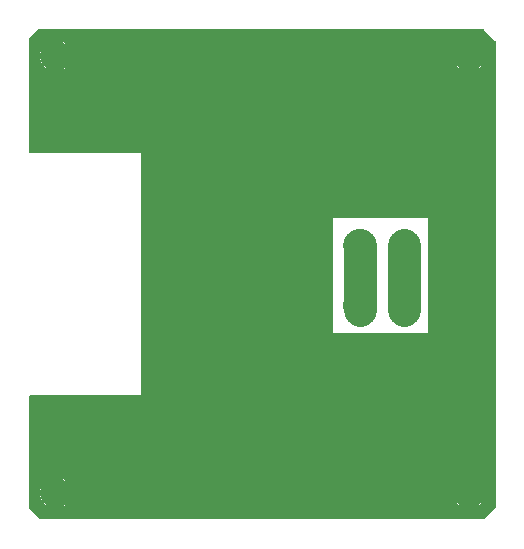
<source format=gtl>
G04 #@! TF.GenerationSoftware,KiCad,Pcbnew,7.0.7*
G04 #@! TF.CreationDate,2023-11-07T16:36:37+01:00*
G04 #@! TF.ProjectId,semkicker_intermediate_layer,73656d6b-6963-46b6-9572-5f696e746572,rev?*
G04 #@! TF.SameCoordinates,Original*
G04 #@! TF.FileFunction,Copper,L1,Top*
G04 #@! TF.FilePolarity,Positive*
%FSLAX46Y46*%
G04 Gerber Fmt 4.6, Leading zero omitted, Abs format (unit mm)*
G04 Created by KiCad (PCBNEW 7.0.7) date 2023-11-07 16:36:37*
%MOMM*%
%LPD*%
G01*
G04 APERTURE LIST*
G04 #@! TA.AperFunction,ViaPad*
%ADD10C,0.800000*%
G04 #@! TD*
G04 #@! TA.AperFunction,Conductor*
%ADD11C,2.800000*%
G04 #@! TD*
G04 APERTURE END LIST*
D10*
X170750000Y-101250000D03*
X170750000Y-100250000D03*
X170750000Y-99250000D03*
X170750000Y-98250000D03*
X170750000Y-97250000D03*
X170750000Y-96250000D03*
X167000000Y-97250000D03*
X167000000Y-98250000D03*
X167000000Y-99250000D03*
X167000000Y-100250000D03*
X167000000Y-101250000D03*
X167000000Y-96250000D03*
X172750000Y-104250000D03*
X167750000Y-104250000D03*
X171750000Y-104250000D03*
X170750000Y-104250000D03*
X166750000Y-104250000D03*
X169750000Y-104250000D03*
X165750000Y-104250000D03*
X168750000Y-104250000D03*
X164750000Y-104250000D03*
X172750000Y-92250000D03*
X170750000Y-92250000D03*
X171750000Y-92250000D03*
X169750000Y-92250000D03*
X167750000Y-92250000D03*
X168750000Y-92250000D03*
X166750000Y-92250000D03*
X164750000Y-92250000D03*
X165750000Y-92250000D03*
X149750000Y-92250000D03*
X149750000Y-90250000D03*
X149750000Y-88250000D03*
X149750000Y-95250000D03*
X149750000Y-93250000D03*
X149750000Y-94250000D03*
X149750000Y-87250000D03*
X149750000Y-91250000D03*
X149750000Y-89250000D03*
X149750000Y-106250000D03*
X149750000Y-104250000D03*
X149750000Y-102250000D03*
X149750000Y-109250000D03*
X149750000Y-107250000D03*
X149750000Y-108250000D03*
X149750000Y-101250000D03*
X149750000Y-105250000D03*
X149750000Y-103250000D03*
X163750000Y-106250000D03*
X163750000Y-104250000D03*
X163750000Y-102250000D03*
X163750000Y-109250000D03*
X163750000Y-107250000D03*
X163750000Y-108250000D03*
X163750000Y-101250000D03*
X163750000Y-105250000D03*
X163750000Y-103250000D03*
X163750000Y-88250000D03*
X163750000Y-93250000D03*
X163750000Y-89250000D03*
X163750000Y-90250000D03*
X163750000Y-92250000D03*
X163750000Y-87250000D03*
X163750000Y-95250000D03*
X163750000Y-94250000D03*
X163750000Y-91250000D03*
X166750000Y-82250000D03*
X153750000Y-110250000D03*
X158750000Y-96250000D03*
X177750000Y-87250000D03*
X173750000Y-80250000D03*
X143750000Y-114250000D03*
X173750000Y-110250000D03*
X166750000Y-114250000D03*
X147750000Y-78250000D03*
X143750000Y-78250000D03*
X157750000Y-110250000D03*
X158750000Y-78250000D03*
X143750000Y-82250000D03*
X139750000Y-83250000D03*
X159750000Y-118250000D03*
X139750000Y-111250000D03*
X173750000Y-107250000D03*
X169750000Y-86250000D03*
X177750000Y-101250000D03*
X157750000Y-96250000D03*
X177750000Y-97250000D03*
X156750000Y-86250000D03*
X161750000Y-100250000D03*
X169750000Y-110250000D03*
X173750000Y-81250000D03*
X154750000Y-114250000D03*
X150750000Y-114250000D03*
X159750000Y-96250000D03*
X149750000Y-82250000D03*
X174750000Y-114250000D03*
X177750000Y-84250000D03*
X139750000Y-109250000D03*
X162750000Y-118250000D03*
X139750000Y-85250000D03*
X177750000Y-100250000D03*
X173750000Y-82250000D03*
X157750000Y-78250000D03*
X157750000Y-118250000D03*
X173750000Y-84250000D03*
X139750000Y-87250000D03*
X167750000Y-86250000D03*
X165750000Y-78250000D03*
X164750000Y-82250000D03*
X163750000Y-97250000D03*
X173750000Y-108250000D03*
X149750000Y-99250000D03*
X163750000Y-86250000D03*
X155750000Y-118250000D03*
X146750000Y-78250000D03*
X142750000Y-109250000D03*
X144750000Y-109250000D03*
X164750000Y-78250000D03*
X173750000Y-112250000D03*
X173750000Y-88250000D03*
X173750000Y-97250000D03*
X145750000Y-82250000D03*
X159750000Y-86250000D03*
X152750000Y-114250000D03*
X177750000Y-109250000D03*
X173750000Y-109250000D03*
X152750000Y-96250000D03*
X147750000Y-110250000D03*
X161750000Y-86250000D03*
X148750000Y-110250000D03*
X157750000Y-100250000D03*
X143750000Y-118250000D03*
X159750000Y-110250000D03*
X149750000Y-98250000D03*
X158750000Y-110250000D03*
X173750000Y-85250000D03*
X140750000Y-114250000D03*
X171750000Y-88250000D03*
X149750000Y-96250000D03*
X143750000Y-81250000D03*
X152750000Y-86250000D03*
X170750000Y-87250000D03*
X177750000Y-86250000D03*
X153750000Y-100250000D03*
X163750000Y-100250000D03*
X150750000Y-110250000D03*
X154750000Y-86250000D03*
X160750000Y-96250000D03*
X145750000Y-87250000D03*
X173750000Y-86250000D03*
X161750000Y-96250000D03*
X147750000Y-86250000D03*
X148750000Y-114250000D03*
X173750000Y-114250000D03*
X150750000Y-96250000D03*
X170750000Y-82250000D03*
X157750000Y-82250000D03*
X162750000Y-114250000D03*
X171750000Y-108250000D03*
X170750000Y-109250000D03*
X149750000Y-86250000D03*
X161750000Y-114250000D03*
X177750000Y-113250000D03*
X173750000Y-91250000D03*
X162750000Y-78250000D03*
X156750000Y-118250000D03*
X164750000Y-114250000D03*
X151750000Y-114250000D03*
X142750000Y-87250000D03*
X155750000Y-110250000D03*
X168750000Y-118250000D03*
X163750000Y-96250000D03*
X171750000Y-78250000D03*
X177750000Y-92250000D03*
X143750000Y-87250000D03*
X154750000Y-110250000D03*
X143750000Y-117250000D03*
X171750000Y-118250000D03*
X148750000Y-114250000D03*
X173750000Y-95250000D03*
X150750000Y-82250000D03*
X164750000Y-86250000D03*
X173750000Y-103250000D03*
X173750000Y-87250000D03*
X168750000Y-114250000D03*
X165750000Y-114250000D03*
X173750000Y-83250000D03*
X145750000Y-114250000D03*
X155750000Y-114250000D03*
X167750000Y-114250000D03*
X160750000Y-78250000D03*
X150750000Y-118250000D03*
X157750000Y-114250000D03*
X148750000Y-118250000D03*
X149750000Y-78250000D03*
X167750000Y-82250000D03*
X140750000Y-87250000D03*
X177750000Y-99250000D03*
X142750000Y-114250000D03*
X139750000Y-86250000D03*
X173750000Y-111250000D03*
X173750000Y-92250000D03*
X164750000Y-110250000D03*
X173750000Y-115250000D03*
X148750000Y-82250000D03*
X149750000Y-110250000D03*
X177750000Y-112250000D03*
X143750000Y-116250000D03*
X173750000Y-96250000D03*
X153750000Y-86250000D03*
X173750000Y-100250000D03*
X139750000Y-113250000D03*
X172750000Y-89250000D03*
X144750000Y-118250000D03*
X161750000Y-114250000D03*
X158750000Y-114250000D03*
X153750000Y-118250000D03*
X146750000Y-82250000D03*
X163750000Y-78250000D03*
X173750000Y-89250000D03*
X177750000Y-105250000D03*
X173750000Y-113250000D03*
X169750000Y-114250000D03*
X177750000Y-102250000D03*
X163750000Y-114250000D03*
X151750000Y-78250000D03*
X174750000Y-82250000D03*
X177750000Y-98250000D03*
X139750000Y-82250000D03*
X168750000Y-78250000D03*
X145750000Y-118250000D03*
X139750000Y-114250000D03*
X155750000Y-78250000D03*
X140750000Y-109250000D03*
X146750000Y-114250000D03*
X154750000Y-114250000D03*
X155750000Y-100250000D03*
X152750000Y-100250000D03*
X162750000Y-96250000D03*
X158750000Y-86250000D03*
X173750000Y-99250000D03*
X177750000Y-106250000D03*
X177750000Y-103250000D03*
X172750000Y-118250000D03*
X177750000Y-90250000D03*
X173750000Y-117250000D03*
X144750000Y-78250000D03*
X173750000Y-94250000D03*
X149750000Y-114250000D03*
X161750000Y-78250000D03*
X141750000Y-114250000D03*
X177750000Y-88250000D03*
X166750000Y-110250000D03*
X158750000Y-100250000D03*
X152750000Y-78250000D03*
X173750000Y-90250000D03*
X145750000Y-78250000D03*
X160750000Y-110250000D03*
X159750000Y-114250000D03*
X144750000Y-87250000D03*
X169750000Y-82250000D03*
X155750000Y-96250000D03*
X170750000Y-114250000D03*
X169750000Y-118250000D03*
X151750000Y-96250000D03*
X162750000Y-86250000D03*
X162750000Y-100250000D03*
X160750000Y-86250000D03*
X177750000Y-107250000D03*
X163750000Y-99250000D03*
X149750000Y-97250000D03*
X177750000Y-91250000D03*
X140750000Y-82250000D03*
X172750000Y-114250000D03*
X163750000Y-110250000D03*
X139750000Y-84250000D03*
X141750000Y-109250000D03*
X155750000Y-86250000D03*
X166750000Y-78250000D03*
X143750000Y-109250000D03*
X153750000Y-78250000D03*
X177750000Y-108250000D03*
X172750000Y-107250000D03*
X160750000Y-82250000D03*
X173750000Y-98250000D03*
X150750000Y-86250000D03*
X154750000Y-82250000D03*
X143750000Y-79250000D03*
X154750000Y-78250000D03*
X173750000Y-116250000D03*
X147750000Y-82250000D03*
X141750000Y-87250000D03*
X173750000Y-101250000D03*
X161750000Y-118250000D03*
X154750000Y-118250000D03*
X150750000Y-78250000D03*
X170750000Y-118250000D03*
X153750000Y-114250000D03*
X165750000Y-110250000D03*
X159750000Y-82250000D03*
X143750000Y-115250000D03*
X173750000Y-93250000D03*
X143750000Y-80250000D03*
X144750000Y-82250000D03*
X177750000Y-104250000D03*
X151750000Y-110250000D03*
X161750000Y-82250000D03*
X165750000Y-118250000D03*
X173750000Y-105250000D03*
X149750000Y-118250000D03*
X156750000Y-82250000D03*
X173750000Y-102250000D03*
X148750000Y-118250000D03*
X151750000Y-86250000D03*
X168750000Y-86250000D03*
X160750000Y-100250000D03*
X156750000Y-100250000D03*
X173750000Y-106250000D03*
X175750000Y-82250000D03*
X171750000Y-82250000D03*
X152750000Y-110250000D03*
X148750000Y-86250000D03*
X176750000Y-82250000D03*
X164750000Y-118250000D03*
X158750000Y-114250000D03*
X166750000Y-86250000D03*
X153750000Y-96250000D03*
X152750000Y-82250000D03*
X151750000Y-118250000D03*
X168750000Y-82250000D03*
X168750000Y-110250000D03*
X177750000Y-83250000D03*
X159750000Y-100250000D03*
X156750000Y-110250000D03*
X171750000Y-114250000D03*
X167750000Y-118250000D03*
X146750000Y-118250000D03*
X146750000Y-86250000D03*
X142750000Y-82250000D03*
X145750000Y-109250000D03*
X167750000Y-78250000D03*
X167750000Y-110250000D03*
X165750000Y-82250000D03*
X166750000Y-118250000D03*
X176750000Y-114250000D03*
X144750000Y-114250000D03*
X151750000Y-100250000D03*
X153750000Y-82250000D03*
X141750000Y-82250000D03*
X177750000Y-85250000D03*
X165750000Y-86250000D03*
X177750000Y-82250000D03*
X173750000Y-83250000D03*
X153750000Y-100250000D03*
X158750000Y-118250000D03*
X165750000Y-78250000D03*
X139750000Y-112250000D03*
X162750000Y-110250000D03*
X145750000Y-110250000D03*
X177750000Y-89250000D03*
X147750000Y-114250000D03*
X177750000Y-111250000D03*
X154750000Y-96250000D03*
X154750000Y-100250000D03*
X160750000Y-114250000D03*
X163750000Y-82250000D03*
X172750000Y-114250000D03*
X173750000Y-78250000D03*
X175750000Y-114250000D03*
X157750000Y-86250000D03*
X177750000Y-94250000D03*
X177750000Y-110250000D03*
X152750000Y-118250000D03*
X151750000Y-82250000D03*
X173750000Y-79250000D03*
X159750000Y-78250000D03*
X156750000Y-96250000D03*
X177750000Y-95250000D03*
X172750000Y-82250000D03*
X156750000Y-78250000D03*
X169750000Y-78250000D03*
X147750000Y-118250000D03*
X146750000Y-110250000D03*
X161750000Y-110250000D03*
X156750000Y-114250000D03*
X163750000Y-98250000D03*
X162750000Y-82250000D03*
X148750000Y-78250000D03*
X177750000Y-93250000D03*
X172750000Y-78250000D03*
X173750000Y-118250000D03*
X139750000Y-110250000D03*
X160750000Y-118250000D03*
X177750000Y-96250000D03*
X170750000Y-78250000D03*
X150750000Y-100250000D03*
X155750000Y-82250000D03*
X158750000Y-82250000D03*
X145750000Y-86250000D03*
X173750000Y-104250000D03*
X149750000Y-100250000D03*
X163750000Y-118250000D03*
X177750000Y-114250000D03*
D11*
X170750000Y-101250000D02*
X170750000Y-100250000D01*
X170750000Y-100250000D02*
X170750000Y-99250000D01*
X170750000Y-99250000D02*
X170750000Y-98250000D01*
X170750000Y-98250000D02*
X170750000Y-97250000D01*
X170750000Y-97250000D02*
X170750000Y-96250000D01*
X170750000Y-96250000D02*
X170750000Y-95750000D01*
X167000000Y-97250000D02*
X167000000Y-95750000D01*
X167000000Y-98250000D02*
X167000000Y-97250000D01*
X167000000Y-99250000D02*
X167000000Y-98250000D01*
X167000000Y-100250000D02*
X167000000Y-99250000D01*
X167000000Y-101250000D02*
X167000000Y-100250000D01*
X167000000Y-95750000D02*
X166950000Y-95750000D01*
X170750000Y-100750000D02*
X170750000Y-101250000D01*
X166950000Y-100750000D02*
X167000000Y-101250000D01*
G04 #@! TA.AperFunction,Conductor*
G36*
X141464846Y-115469296D02*
G01*
X141486131Y-115473049D01*
X141555744Y-115491701D01*
X141683981Y-115526062D01*
X141704282Y-115533451D01*
X141856020Y-115604208D01*
X141889915Y-115620014D01*
X141908633Y-115630821D01*
X142076418Y-115748305D01*
X142092976Y-115762199D01*
X142237800Y-115907023D01*
X142251694Y-115923581D01*
X142369178Y-116091366D01*
X142379985Y-116110084D01*
X142466545Y-116295710D01*
X142473938Y-116316022D01*
X142526950Y-116513868D01*
X142530703Y-116535154D01*
X142548554Y-116739192D01*
X142548554Y-116760806D01*
X142530703Y-116964845D01*
X142526950Y-116986131D01*
X142473938Y-117183977D01*
X142466545Y-117204289D01*
X142379985Y-117389915D01*
X142369178Y-117408633D01*
X142251694Y-117576418D01*
X142237800Y-117592976D01*
X142092976Y-117737800D01*
X142076418Y-117751694D01*
X141908633Y-117869178D01*
X141889915Y-117879985D01*
X141704289Y-117966545D01*
X141683977Y-117973938D01*
X141486131Y-118026950D01*
X141464845Y-118030703D01*
X141260807Y-118048554D01*
X141239193Y-118048554D01*
X141035154Y-118030703D01*
X141013868Y-118026950D01*
X140816022Y-117973938D01*
X140795710Y-117966545D01*
X140610084Y-117879985D01*
X140591366Y-117869178D01*
X140423581Y-117751694D01*
X140407023Y-117737800D01*
X140262199Y-117592976D01*
X140248305Y-117576418D01*
X140130821Y-117408633D01*
X140120014Y-117389915D01*
X140104208Y-117356020D01*
X140033451Y-117204282D01*
X140026061Y-117183977D01*
X139973049Y-116986131D01*
X139969296Y-116964845D01*
X139951445Y-116760806D01*
X139951445Y-116739193D01*
X139969296Y-116535151D01*
X139973049Y-116513868D01*
X140026063Y-116316014D01*
X140033449Y-116295721D01*
X140120015Y-116110081D01*
X140130821Y-116091366D01*
X140248305Y-115923581D01*
X140262193Y-115907029D01*
X140407029Y-115762193D01*
X140423581Y-115748305D01*
X140591366Y-115630821D01*
X140610081Y-115620015D01*
X140795721Y-115533449D01*
X140816014Y-115526063D01*
X141013868Y-115473048D01*
X141035151Y-115469296D01*
X141239198Y-115451445D01*
X141260802Y-115451445D01*
X141464846Y-115469296D01*
G37*
G04 #@! TD.AperFunction*
G04 #@! TA.AperFunction,Conductor*
G36*
X176464846Y-115469296D02*
G01*
X176486131Y-115473049D01*
X176555744Y-115491701D01*
X176683981Y-115526062D01*
X176704282Y-115533451D01*
X176856020Y-115604208D01*
X176889915Y-115620014D01*
X176908633Y-115630821D01*
X177076418Y-115748305D01*
X177092976Y-115762199D01*
X177237800Y-115907023D01*
X177251694Y-115923581D01*
X177369178Y-116091366D01*
X177379985Y-116110084D01*
X177466545Y-116295710D01*
X177473938Y-116316022D01*
X177526950Y-116513868D01*
X177530703Y-116535154D01*
X177548554Y-116739192D01*
X177548554Y-116760806D01*
X177530703Y-116964845D01*
X177526950Y-116986131D01*
X177473938Y-117183977D01*
X177466545Y-117204289D01*
X177379985Y-117389915D01*
X177369178Y-117408633D01*
X177251694Y-117576418D01*
X177237800Y-117592976D01*
X177092976Y-117737800D01*
X177076418Y-117751694D01*
X176908633Y-117869178D01*
X176889915Y-117879985D01*
X176704289Y-117966545D01*
X176683977Y-117973938D01*
X176486131Y-118026950D01*
X176464845Y-118030703D01*
X176260807Y-118048554D01*
X176239193Y-118048554D01*
X176035154Y-118030703D01*
X176013868Y-118026950D01*
X175816022Y-117973938D01*
X175795710Y-117966545D01*
X175610084Y-117879985D01*
X175591366Y-117869178D01*
X175423581Y-117751694D01*
X175407023Y-117737800D01*
X175262199Y-117592976D01*
X175248305Y-117576418D01*
X175130821Y-117408633D01*
X175120014Y-117389915D01*
X175104208Y-117356020D01*
X175033451Y-117204282D01*
X175026061Y-117183977D01*
X174973049Y-116986131D01*
X174969296Y-116964845D01*
X174951445Y-116760807D01*
X174951445Y-116739193D01*
X174951446Y-116739192D01*
X174969296Y-116535151D01*
X174973049Y-116513868D01*
X175026063Y-116316014D01*
X175033449Y-116295721D01*
X175120015Y-116110081D01*
X175130821Y-116091366D01*
X175248305Y-115923581D01*
X175262193Y-115907029D01*
X175407029Y-115762193D01*
X175423581Y-115748305D01*
X175591366Y-115630821D01*
X175610081Y-115620015D01*
X175795721Y-115533449D01*
X175816014Y-115526063D01*
X176013868Y-115473048D01*
X176035151Y-115469296D01*
X176239198Y-115451445D01*
X176260802Y-115451445D01*
X176464846Y-115469296D01*
G37*
G04 #@! TD.AperFunction*
G04 #@! TA.AperFunction,Conductor*
G36*
X141464846Y-78469296D02*
G01*
X141486131Y-78473049D01*
X141555744Y-78491701D01*
X141683981Y-78526062D01*
X141704282Y-78533451D01*
X141856020Y-78604208D01*
X141889915Y-78620014D01*
X141908633Y-78630821D01*
X142076418Y-78748305D01*
X142092976Y-78762199D01*
X142237800Y-78907023D01*
X142251694Y-78923581D01*
X142369178Y-79091366D01*
X142379985Y-79110084D01*
X142466545Y-79295710D01*
X142473938Y-79316022D01*
X142526950Y-79513868D01*
X142530703Y-79535154D01*
X142548554Y-79739192D01*
X142548554Y-79760806D01*
X142530703Y-79964845D01*
X142526950Y-79986131D01*
X142473938Y-80183977D01*
X142466545Y-80204289D01*
X142379985Y-80389915D01*
X142369178Y-80408633D01*
X142251694Y-80576418D01*
X142237800Y-80592976D01*
X142092976Y-80737800D01*
X142076418Y-80751694D01*
X141908633Y-80869178D01*
X141889915Y-80879985D01*
X141704289Y-80966545D01*
X141683977Y-80973938D01*
X141486131Y-81026950D01*
X141464845Y-81030703D01*
X141260807Y-81048554D01*
X141239193Y-81048554D01*
X141035154Y-81030703D01*
X141013868Y-81026950D01*
X140816022Y-80973938D01*
X140795710Y-80966545D01*
X140610084Y-80879985D01*
X140591366Y-80869178D01*
X140423581Y-80751694D01*
X140407023Y-80737800D01*
X140262199Y-80592976D01*
X140248305Y-80576418D01*
X140130821Y-80408633D01*
X140120014Y-80389915D01*
X140104208Y-80356020D01*
X140033451Y-80204282D01*
X140026061Y-80183977D01*
X139973049Y-79986131D01*
X139969296Y-79964845D01*
X139951445Y-79760806D01*
X139951445Y-79739193D01*
X139969296Y-79535151D01*
X139973049Y-79513868D01*
X140026063Y-79316014D01*
X140033449Y-79295721D01*
X140120015Y-79110081D01*
X140130821Y-79091366D01*
X140248305Y-78923581D01*
X140262193Y-78907029D01*
X140407029Y-78762193D01*
X140423581Y-78748305D01*
X140591366Y-78630821D01*
X140610081Y-78620015D01*
X140795721Y-78533449D01*
X140816014Y-78526063D01*
X141013868Y-78473048D01*
X141035151Y-78469296D01*
X141239198Y-78451445D01*
X141260802Y-78451445D01*
X141464846Y-78469296D01*
G37*
G04 #@! TD.AperFunction*
G04 #@! TA.AperFunction,Conductor*
G36*
X176464846Y-78469296D02*
G01*
X176486131Y-78473049D01*
X176555744Y-78491701D01*
X176683981Y-78526062D01*
X176704282Y-78533451D01*
X176856020Y-78604208D01*
X176889915Y-78620014D01*
X176908633Y-78630821D01*
X177076418Y-78748305D01*
X177092976Y-78762199D01*
X177237800Y-78907023D01*
X177251694Y-78923581D01*
X177369178Y-79091366D01*
X177379985Y-79110084D01*
X177466545Y-79295710D01*
X177473938Y-79316022D01*
X177526950Y-79513868D01*
X177530703Y-79535154D01*
X177548554Y-79739193D01*
X177548554Y-79760807D01*
X177530703Y-79964845D01*
X177526950Y-79986131D01*
X177473938Y-80183977D01*
X177466545Y-80204289D01*
X177379985Y-80389915D01*
X177369178Y-80408633D01*
X177251694Y-80576418D01*
X177237800Y-80592976D01*
X177092976Y-80737800D01*
X177076418Y-80751694D01*
X176908633Y-80869178D01*
X176889915Y-80879985D01*
X176704289Y-80966545D01*
X176683977Y-80973938D01*
X176486131Y-81026950D01*
X176464845Y-81030703D01*
X176260807Y-81048554D01*
X176239193Y-81048554D01*
X176035154Y-81030703D01*
X176013868Y-81026950D01*
X175816022Y-80973938D01*
X175795710Y-80966545D01*
X175610084Y-80879985D01*
X175591366Y-80869178D01*
X175423581Y-80751694D01*
X175407023Y-80737800D01*
X175262199Y-80592976D01*
X175248305Y-80576418D01*
X175130821Y-80408633D01*
X175120014Y-80389915D01*
X175104208Y-80356020D01*
X175033451Y-80204282D01*
X175026061Y-80183977D01*
X174973049Y-79986131D01*
X174969296Y-79964845D01*
X174951445Y-79760806D01*
X174951445Y-79739193D01*
X174969296Y-79535151D01*
X174973049Y-79513868D01*
X175026063Y-79316014D01*
X175033449Y-79295721D01*
X175120015Y-79110081D01*
X175130821Y-79091366D01*
X175248305Y-78923581D01*
X175262193Y-78907029D01*
X175407029Y-78762193D01*
X175423581Y-78748305D01*
X175591366Y-78630821D01*
X175610081Y-78620015D01*
X175795721Y-78533449D01*
X175816014Y-78526063D01*
X176013868Y-78473048D01*
X176035151Y-78469296D01*
X176239198Y-78451445D01*
X176260802Y-78451445D01*
X176464846Y-78469296D01*
G37*
G04 #@! TD.AperFunction*
G04 #@! TA.AperFunction,Conductor*
G36*
X177515677Y-77519685D02*
G01*
X177536319Y-77536319D01*
X178463682Y-78463682D01*
X178497166Y-78525003D01*
X178500000Y-78551361D01*
X178500000Y-117948638D01*
X178480315Y-118015677D01*
X178463681Y-118036319D01*
X177536319Y-118963681D01*
X177474996Y-118997166D01*
X177448638Y-119000000D01*
X140051362Y-119000000D01*
X139984323Y-118980315D01*
X139963681Y-118963681D01*
X139036319Y-118036319D01*
X139002834Y-117974996D01*
X139000000Y-117948638D01*
X139000000Y-116750001D01*
X139944532Y-116750001D01*
X139964364Y-116976686D01*
X139964366Y-116976697D01*
X140023258Y-117196488D01*
X140023261Y-117196497D01*
X140119431Y-117402732D01*
X140119432Y-117402734D01*
X140249954Y-117589141D01*
X140410858Y-117750045D01*
X140410861Y-117750047D01*
X140597266Y-117880568D01*
X140803504Y-117976739D01*
X141023308Y-118035635D01*
X141170973Y-118048554D01*
X141249998Y-118055468D01*
X141250000Y-118055468D01*
X141250002Y-118055468D01*
X141329027Y-118048554D01*
X141476692Y-118035635D01*
X141696496Y-117976739D01*
X141902734Y-117880568D01*
X142089139Y-117750047D01*
X142250047Y-117589139D01*
X142380568Y-117402734D01*
X142476739Y-117196496D01*
X142535635Y-116976692D01*
X142555468Y-116750001D01*
X174944532Y-116750001D01*
X174964364Y-116976686D01*
X174964366Y-116976697D01*
X175023258Y-117196488D01*
X175023261Y-117196497D01*
X175119431Y-117402732D01*
X175119432Y-117402734D01*
X175249954Y-117589141D01*
X175410858Y-117750045D01*
X175410861Y-117750047D01*
X175597266Y-117880568D01*
X175803504Y-117976739D01*
X176023308Y-118035635D01*
X176170973Y-118048554D01*
X176249998Y-118055468D01*
X176250000Y-118055468D01*
X176250002Y-118055468D01*
X176329027Y-118048554D01*
X176476692Y-118035635D01*
X176696496Y-117976739D01*
X176902734Y-117880568D01*
X177089139Y-117750047D01*
X177250047Y-117589139D01*
X177380568Y-117402734D01*
X177476739Y-117196496D01*
X177535635Y-116976692D01*
X177555468Y-116750000D01*
X177554522Y-116739192D01*
X177536671Y-116535154D01*
X177535635Y-116523308D01*
X177476739Y-116303504D01*
X177380568Y-116097266D01*
X177250047Y-115910861D01*
X177250045Y-115910858D01*
X177089141Y-115749954D01*
X176902734Y-115619432D01*
X176902732Y-115619431D01*
X176696497Y-115523261D01*
X176696488Y-115523258D01*
X176476697Y-115464366D01*
X176476693Y-115464365D01*
X176476692Y-115464365D01*
X176476691Y-115464364D01*
X176476686Y-115464364D01*
X176250002Y-115444532D01*
X176249998Y-115444532D01*
X176023313Y-115464364D01*
X176023302Y-115464366D01*
X175803511Y-115523258D01*
X175803502Y-115523261D01*
X175597267Y-115619431D01*
X175597265Y-115619432D01*
X175410858Y-115749954D01*
X175249954Y-115910858D01*
X175119432Y-116097265D01*
X175119431Y-116097267D01*
X175023261Y-116303502D01*
X175023258Y-116303511D01*
X174964366Y-116523302D01*
X174964364Y-116523313D01*
X174944532Y-116749998D01*
X174944532Y-116750001D01*
X142555468Y-116750001D01*
X142555468Y-116750000D01*
X142554522Y-116739192D01*
X142536671Y-116535154D01*
X142535635Y-116523308D01*
X142476739Y-116303504D01*
X142380568Y-116097266D01*
X142250047Y-115910861D01*
X142250045Y-115910858D01*
X142089141Y-115749954D01*
X141902734Y-115619432D01*
X141902732Y-115619431D01*
X141696497Y-115523261D01*
X141696488Y-115523258D01*
X141476697Y-115464366D01*
X141476693Y-115464365D01*
X141476692Y-115464365D01*
X141476691Y-115464364D01*
X141476686Y-115464364D01*
X141250002Y-115444532D01*
X141249998Y-115444532D01*
X141023313Y-115464364D01*
X141023302Y-115464366D01*
X140803511Y-115523258D01*
X140803502Y-115523261D01*
X140597267Y-115619431D01*
X140597265Y-115619432D01*
X140410858Y-115749954D01*
X140249954Y-115910858D01*
X140119432Y-116097265D01*
X140119431Y-116097267D01*
X140023261Y-116303502D01*
X140023258Y-116303511D01*
X139964366Y-116523302D01*
X139964364Y-116523313D01*
X139944532Y-116749998D01*
X139944532Y-116750001D01*
X139000000Y-116750001D01*
X139000000Y-108624000D01*
X139019685Y-108556961D01*
X139072489Y-108511206D01*
X139124000Y-108500000D01*
X148500000Y-108500000D01*
X148500000Y-93500000D01*
X164750000Y-93500000D01*
X164750000Y-103250000D01*
X172750000Y-103250000D01*
X172750000Y-93500000D01*
X164750000Y-93500000D01*
X148500000Y-93500000D01*
X148500000Y-88000000D01*
X139124000Y-88000000D01*
X139056961Y-87980315D01*
X139011206Y-87927511D01*
X139000000Y-87876000D01*
X139000000Y-79750001D01*
X139944532Y-79750001D01*
X139964364Y-79976686D01*
X139964366Y-79976697D01*
X140023258Y-80196488D01*
X140023261Y-80196497D01*
X140119431Y-80402732D01*
X140119432Y-80402734D01*
X140249954Y-80589141D01*
X140410858Y-80750045D01*
X140410861Y-80750047D01*
X140597266Y-80880568D01*
X140803504Y-80976739D01*
X141023308Y-81035635D01*
X141170973Y-81048554D01*
X141249998Y-81055468D01*
X141250000Y-81055468D01*
X141250002Y-81055468D01*
X141329027Y-81048554D01*
X141476692Y-81035635D01*
X141696496Y-80976739D01*
X141902734Y-80880568D01*
X142089139Y-80750047D01*
X142250047Y-80589139D01*
X142380568Y-80402734D01*
X142476739Y-80196496D01*
X142535635Y-79976692D01*
X142555468Y-79750001D01*
X174944532Y-79750001D01*
X174964364Y-79976686D01*
X174964366Y-79976697D01*
X175023258Y-80196488D01*
X175023261Y-80196497D01*
X175119431Y-80402732D01*
X175119432Y-80402734D01*
X175249954Y-80589141D01*
X175410858Y-80750045D01*
X175410861Y-80750047D01*
X175597266Y-80880568D01*
X175803504Y-80976739D01*
X176023308Y-81035635D01*
X176170973Y-81048554D01*
X176249998Y-81055468D01*
X176250000Y-81055468D01*
X176250002Y-81055468D01*
X176329027Y-81048554D01*
X176476692Y-81035635D01*
X176696496Y-80976739D01*
X176902734Y-80880568D01*
X177089139Y-80750047D01*
X177250047Y-80589139D01*
X177380568Y-80402734D01*
X177476739Y-80196496D01*
X177535635Y-79976692D01*
X177555468Y-79750000D01*
X177554522Y-79739192D01*
X177536671Y-79535154D01*
X177535635Y-79523308D01*
X177476739Y-79303504D01*
X177380568Y-79097266D01*
X177250047Y-78910861D01*
X177250045Y-78910858D01*
X177089141Y-78749954D01*
X176902734Y-78619432D01*
X176902732Y-78619431D01*
X176696497Y-78523261D01*
X176696488Y-78523258D01*
X176476697Y-78464366D01*
X176476693Y-78464365D01*
X176476692Y-78464365D01*
X176476691Y-78464364D01*
X176476686Y-78464364D01*
X176250002Y-78444532D01*
X176249998Y-78444532D01*
X176023313Y-78464364D01*
X176023302Y-78464366D01*
X175803511Y-78523258D01*
X175803502Y-78523261D01*
X175597267Y-78619431D01*
X175597265Y-78619432D01*
X175410858Y-78749954D01*
X175249954Y-78910858D01*
X175119432Y-79097265D01*
X175119431Y-79097267D01*
X175023261Y-79303502D01*
X175023258Y-79303511D01*
X174964366Y-79523302D01*
X174964364Y-79523313D01*
X174944532Y-79749998D01*
X174944532Y-79750001D01*
X142555468Y-79750001D01*
X142555468Y-79750000D01*
X142554522Y-79739192D01*
X142536671Y-79535154D01*
X142535635Y-79523308D01*
X142476739Y-79303504D01*
X142380568Y-79097266D01*
X142250047Y-78910861D01*
X142250045Y-78910858D01*
X142089141Y-78749954D01*
X141902734Y-78619432D01*
X141902732Y-78619431D01*
X141696497Y-78523261D01*
X141696488Y-78523258D01*
X141476697Y-78464366D01*
X141476693Y-78464365D01*
X141476692Y-78464365D01*
X141476691Y-78464364D01*
X141476686Y-78464364D01*
X141250002Y-78444532D01*
X141249998Y-78444532D01*
X141023313Y-78464364D01*
X141023302Y-78464366D01*
X140803511Y-78523258D01*
X140803502Y-78523261D01*
X140597267Y-78619431D01*
X140597265Y-78619432D01*
X140410858Y-78749954D01*
X140249954Y-78910858D01*
X140119432Y-79097265D01*
X140119431Y-79097267D01*
X140023261Y-79303502D01*
X140023258Y-79303511D01*
X139964366Y-79523302D01*
X139964364Y-79523313D01*
X139944532Y-79749998D01*
X139944532Y-79750001D01*
X139000000Y-79750001D01*
X139000000Y-78301362D01*
X139019685Y-78234323D01*
X139036319Y-78213681D01*
X139713681Y-77536319D01*
X139775004Y-77502834D01*
X139801362Y-77500000D01*
X177448638Y-77500000D01*
X177515677Y-77519685D01*
G37*
G04 #@! TD.AperFunction*
M02*

</source>
